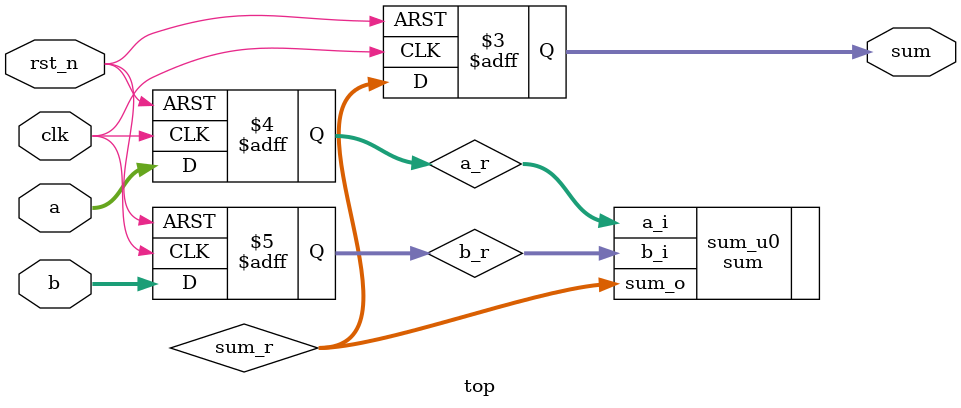
<source format=v>
/*
 * @Author: WenJiaBao-2022E8020282071
 * @Date: 2022-10-18 17:20:59
 * @LastEditTime: 2022-10-20 00:13:08
 * @Description: 
 * 
 * Copyright (c) 2022 by WenJiaBao wenjiabao0919@163.com, All Rights Reserved. 
 */
module top(
    input                       clk,
    input                       rst_n,
    input           [15:0]      a,
    input           [15:0]      b,
    output  reg     [16:0]      sum
);
    reg   [15:0]a_r;
    reg   [15:0]b_r;
    reg   [16:0]sum_r;

`ifdef CLa
cla16 cla16_u0(
    .a_i    (a_r),
    .b_i    (b_r),
    .sum_o  (sum_r)
);
`else
sum sum_u0(
    .a_i    (a_r),
    .b_i    (b_r),
    .sum_o  (sum_r)
);
`endif



always @(posedge clk or negedge rst_n ) begin
    if (!rst_n) begin
        sum     <=    16'b0;
        a_r     <=    16'b0;
        b_r     <=    16'b0;
    end
    else begin
        sum     <=      sum_r;
        a_r   <=        a;
        b_r   <=        b;
    end
end    

endmodule
</source>
